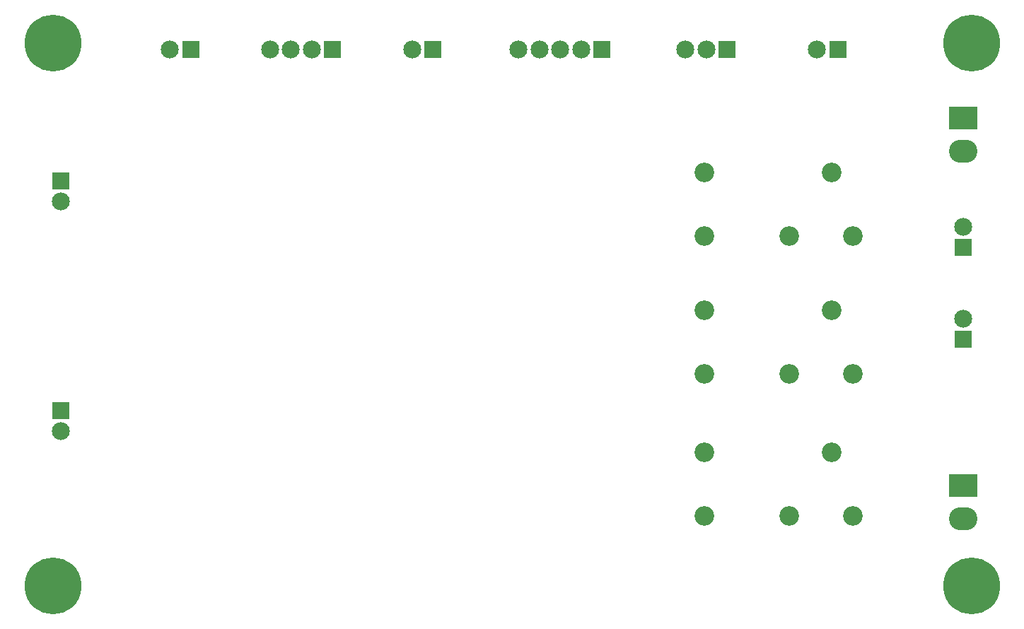
<source format=gbs>
G04 #@! TF.FileFunction,Soldermask,Bot*
%FSLAX46Y46*%
G04 Gerber Fmt 4.6, Leading zero omitted, Abs format (unit mm)*
G04 Created by KiCad (PCBNEW 4.0.7-e2-6376~61~ubuntu18.04.1) date Wed Aug 19 23:26:29 2020*
%MOMM*%
%LPD*%
G01*
G04 APERTURE LIST*
%ADD10C,0.100000*%
%ADD11R,2.150000X2.150000*%
%ADD12C,2.150000*%
%ADD13R,3.400000X2.750000*%
%ADD14O,3.400000X2.750000*%
%ADD15C,2.350000*%
%ADD16C,6.800000*%
G04 APERTURE END LIST*
D10*
D11*
X150750000Y-45750000D03*
D12*
X148250000Y-45750000D03*
X145750000Y-45750000D03*
X143250000Y-45750000D03*
X140750000Y-45750000D03*
D11*
X165750000Y-45750000D03*
D12*
X163250000Y-45750000D03*
X160750000Y-45750000D03*
D11*
X130500000Y-45750000D03*
D12*
X128000000Y-45750000D03*
D11*
X101500000Y-45750000D03*
D12*
X99000000Y-45750000D03*
D11*
X118500000Y-45750000D03*
D12*
X116000000Y-45750000D03*
X113500000Y-45750000D03*
X111000000Y-45750000D03*
D11*
X194000000Y-80500000D03*
D12*
X194000000Y-78000000D03*
D11*
X194000000Y-69500000D03*
D12*
X194000000Y-67000000D03*
D11*
X86000000Y-89000000D03*
D12*
X86000000Y-91500000D03*
D11*
X86000000Y-61500000D03*
D12*
X86000000Y-64000000D03*
D13*
X194000000Y-98000000D03*
D14*
X194000000Y-101960000D03*
D13*
X194000000Y-54000000D03*
D14*
X194000000Y-57960000D03*
D15*
X163000000Y-60500000D03*
X178240000Y-60500000D03*
X180780000Y-68120000D03*
X173160000Y-68120000D03*
X163000000Y-68120000D03*
X163000000Y-77000000D03*
X178240000Y-77000000D03*
X180780000Y-84620000D03*
X173160000Y-84620000D03*
X163000000Y-84620000D03*
D11*
X179000000Y-45750000D03*
D12*
X176500000Y-45750000D03*
D15*
X163000000Y-94000000D03*
X178240000Y-94000000D03*
X180780000Y-101620000D03*
X173160000Y-101620000D03*
X163000000Y-101620000D03*
D16*
X85000000Y-45000000D03*
X195000000Y-45000000D03*
X195000000Y-110000000D03*
X85000000Y-110000000D03*
M02*

</source>
